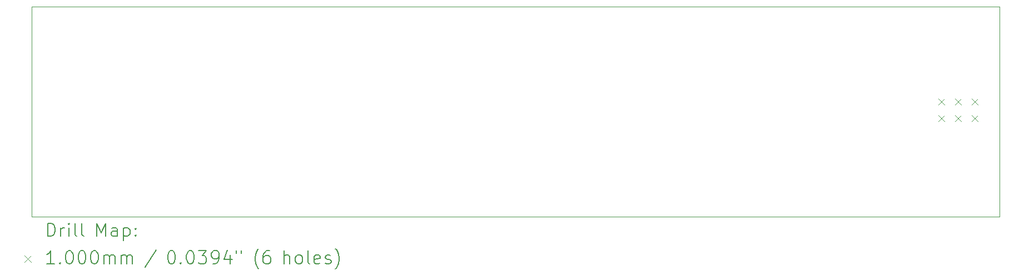
<source format=gbr>
%FSLAX45Y45*%
G04 Gerber Fmt 4.5, Leading zero omitted, Abs format (unit mm)*
G04 Created by KiCad (PCBNEW (6.99.0-2103-gdc6c27b686)) date 2022-06-20 02:17:37*
%MOMM*%
%LPD*%
G01*
G04 APERTURE LIST*
%TA.AperFunction,Profile*%
%ADD10C,0.100000*%
%TD*%
%ADD11C,0.200000*%
%ADD12C,0.100000*%
G04 APERTURE END LIST*
D10*
X7920000Y-7420000D02*
X22660000Y-7420000D01*
X22660000Y-7420000D02*
X22660000Y-10630000D01*
X22660000Y-10630000D02*
X7920000Y-10630000D01*
X7920000Y-10630000D02*
X7920000Y-7420000D01*
D11*
D12*
X21727500Y-8822500D02*
X21827500Y-8922500D01*
X21827500Y-8822500D02*
X21727500Y-8922500D01*
X21727500Y-9076500D02*
X21827500Y-9176500D01*
X21827500Y-9076500D02*
X21727500Y-9176500D01*
X21981500Y-8822500D02*
X22081500Y-8922500D01*
X22081500Y-8822500D02*
X21981500Y-8922500D01*
X21981500Y-9076500D02*
X22081500Y-9176500D01*
X22081500Y-9076500D02*
X21981500Y-9176500D01*
X22235500Y-8822500D02*
X22335500Y-8922500D01*
X22335500Y-8822500D02*
X22235500Y-8922500D01*
X22235500Y-9076500D02*
X22335500Y-9176500D01*
X22335500Y-9076500D02*
X22235500Y-9176500D01*
D11*
X8162619Y-10928476D02*
X8162619Y-10728476D01*
X8162619Y-10728476D02*
X8210238Y-10728476D01*
X8210238Y-10728476D02*
X8238809Y-10738000D01*
X8238809Y-10738000D02*
X8257857Y-10757048D01*
X8257857Y-10757048D02*
X8267381Y-10776095D01*
X8267381Y-10776095D02*
X8276905Y-10814190D01*
X8276905Y-10814190D02*
X8276905Y-10842762D01*
X8276905Y-10842762D02*
X8267381Y-10880857D01*
X8267381Y-10880857D02*
X8257857Y-10899905D01*
X8257857Y-10899905D02*
X8238809Y-10918952D01*
X8238809Y-10918952D02*
X8210238Y-10928476D01*
X8210238Y-10928476D02*
X8162619Y-10928476D01*
X8362619Y-10928476D02*
X8362619Y-10795143D01*
X8362619Y-10833238D02*
X8372143Y-10814190D01*
X8372143Y-10814190D02*
X8381667Y-10804667D01*
X8381667Y-10804667D02*
X8400714Y-10795143D01*
X8400714Y-10795143D02*
X8419762Y-10795143D01*
X8486429Y-10928476D02*
X8486429Y-10795143D01*
X8486429Y-10728476D02*
X8476905Y-10738000D01*
X8476905Y-10738000D02*
X8486429Y-10747524D01*
X8486429Y-10747524D02*
X8495952Y-10738000D01*
X8495952Y-10738000D02*
X8486429Y-10728476D01*
X8486429Y-10728476D02*
X8486429Y-10747524D01*
X8610238Y-10928476D02*
X8591190Y-10918952D01*
X8591190Y-10918952D02*
X8581667Y-10899905D01*
X8581667Y-10899905D02*
X8581667Y-10728476D01*
X8715000Y-10928476D02*
X8695952Y-10918952D01*
X8695952Y-10918952D02*
X8686429Y-10899905D01*
X8686429Y-10899905D02*
X8686429Y-10728476D01*
X8911190Y-10928476D02*
X8911190Y-10728476D01*
X8911190Y-10728476D02*
X8977857Y-10871333D01*
X8977857Y-10871333D02*
X9044524Y-10728476D01*
X9044524Y-10728476D02*
X9044524Y-10928476D01*
X9225476Y-10928476D02*
X9225476Y-10823714D01*
X9225476Y-10823714D02*
X9215952Y-10804667D01*
X9215952Y-10804667D02*
X9196905Y-10795143D01*
X9196905Y-10795143D02*
X9158809Y-10795143D01*
X9158809Y-10795143D02*
X9139762Y-10804667D01*
X9225476Y-10918952D02*
X9206429Y-10928476D01*
X9206429Y-10928476D02*
X9158809Y-10928476D01*
X9158809Y-10928476D02*
X9139762Y-10918952D01*
X9139762Y-10918952D02*
X9130238Y-10899905D01*
X9130238Y-10899905D02*
X9130238Y-10880857D01*
X9130238Y-10880857D02*
X9139762Y-10861810D01*
X9139762Y-10861810D02*
X9158809Y-10852286D01*
X9158809Y-10852286D02*
X9206429Y-10852286D01*
X9206429Y-10852286D02*
X9225476Y-10842762D01*
X9320714Y-10795143D02*
X9320714Y-10995143D01*
X9320714Y-10804667D02*
X9339762Y-10795143D01*
X9339762Y-10795143D02*
X9377857Y-10795143D01*
X9377857Y-10795143D02*
X9396905Y-10804667D01*
X9396905Y-10804667D02*
X9406429Y-10814190D01*
X9406429Y-10814190D02*
X9415952Y-10833238D01*
X9415952Y-10833238D02*
X9415952Y-10890381D01*
X9415952Y-10890381D02*
X9406429Y-10909429D01*
X9406429Y-10909429D02*
X9396905Y-10918952D01*
X9396905Y-10918952D02*
X9377857Y-10928476D01*
X9377857Y-10928476D02*
X9339762Y-10928476D01*
X9339762Y-10928476D02*
X9320714Y-10918952D01*
X9501667Y-10909429D02*
X9511190Y-10918952D01*
X9511190Y-10918952D02*
X9501667Y-10928476D01*
X9501667Y-10928476D02*
X9492143Y-10918952D01*
X9492143Y-10918952D02*
X9501667Y-10909429D01*
X9501667Y-10909429D02*
X9501667Y-10928476D01*
X9501667Y-10804667D02*
X9511190Y-10814190D01*
X9511190Y-10814190D02*
X9501667Y-10823714D01*
X9501667Y-10823714D02*
X9492143Y-10814190D01*
X9492143Y-10814190D02*
X9501667Y-10804667D01*
X9501667Y-10804667D02*
X9501667Y-10823714D01*
D12*
X7815000Y-11225000D02*
X7915000Y-11325000D01*
X7915000Y-11225000D02*
X7815000Y-11325000D01*
D11*
X8267381Y-11348476D02*
X8153095Y-11348476D01*
X8210238Y-11348476D02*
X8210238Y-11148476D01*
X8210238Y-11148476D02*
X8191190Y-11177048D01*
X8191190Y-11177048D02*
X8172143Y-11196095D01*
X8172143Y-11196095D02*
X8153095Y-11205619D01*
X8353095Y-11329428D02*
X8362619Y-11338952D01*
X8362619Y-11338952D02*
X8353095Y-11348476D01*
X8353095Y-11348476D02*
X8343571Y-11338952D01*
X8343571Y-11338952D02*
X8353095Y-11329428D01*
X8353095Y-11329428D02*
X8353095Y-11348476D01*
X8486429Y-11148476D02*
X8505476Y-11148476D01*
X8505476Y-11148476D02*
X8524524Y-11158000D01*
X8524524Y-11158000D02*
X8534048Y-11167524D01*
X8534048Y-11167524D02*
X8543571Y-11186571D01*
X8543571Y-11186571D02*
X8553095Y-11224667D01*
X8553095Y-11224667D02*
X8553095Y-11272286D01*
X8553095Y-11272286D02*
X8543571Y-11310381D01*
X8543571Y-11310381D02*
X8534048Y-11329428D01*
X8534048Y-11329428D02*
X8524524Y-11338952D01*
X8524524Y-11338952D02*
X8505476Y-11348476D01*
X8505476Y-11348476D02*
X8486429Y-11348476D01*
X8486429Y-11348476D02*
X8467381Y-11338952D01*
X8467381Y-11338952D02*
X8457857Y-11329428D01*
X8457857Y-11329428D02*
X8448333Y-11310381D01*
X8448333Y-11310381D02*
X8438810Y-11272286D01*
X8438810Y-11272286D02*
X8438810Y-11224667D01*
X8438810Y-11224667D02*
X8448333Y-11186571D01*
X8448333Y-11186571D02*
X8457857Y-11167524D01*
X8457857Y-11167524D02*
X8467381Y-11158000D01*
X8467381Y-11158000D02*
X8486429Y-11148476D01*
X8676905Y-11148476D02*
X8695952Y-11148476D01*
X8695952Y-11148476D02*
X8715000Y-11158000D01*
X8715000Y-11158000D02*
X8724524Y-11167524D01*
X8724524Y-11167524D02*
X8734048Y-11186571D01*
X8734048Y-11186571D02*
X8743571Y-11224667D01*
X8743571Y-11224667D02*
X8743571Y-11272286D01*
X8743571Y-11272286D02*
X8734048Y-11310381D01*
X8734048Y-11310381D02*
X8724524Y-11329428D01*
X8724524Y-11329428D02*
X8715000Y-11338952D01*
X8715000Y-11338952D02*
X8695952Y-11348476D01*
X8695952Y-11348476D02*
X8676905Y-11348476D01*
X8676905Y-11348476D02*
X8657857Y-11338952D01*
X8657857Y-11338952D02*
X8648333Y-11329428D01*
X8648333Y-11329428D02*
X8638810Y-11310381D01*
X8638810Y-11310381D02*
X8629286Y-11272286D01*
X8629286Y-11272286D02*
X8629286Y-11224667D01*
X8629286Y-11224667D02*
X8638810Y-11186571D01*
X8638810Y-11186571D02*
X8648333Y-11167524D01*
X8648333Y-11167524D02*
X8657857Y-11158000D01*
X8657857Y-11158000D02*
X8676905Y-11148476D01*
X8867381Y-11148476D02*
X8886429Y-11148476D01*
X8886429Y-11148476D02*
X8905476Y-11158000D01*
X8905476Y-11158000D02*
X8915000Y-11167524D01*
X8915000Y-11167524D02*
X8924524Y-11186571D01*
X8924524Y-11186571D02*
X8934048Y-11224667D01*
X8934048Y-11224667D02*
X8934048Y-11272286D01*
X8934048Y-11272286D02*
X8924524Y-11310381D01*
X8924524Y-11310381D02*
X8915000Y-11329428D01*
X8915000Y-11329428D02*
X8905476Y-11338952D01*
X8905476Y-11338952D02*
X8886429Y-11348476D01*
X8886429Y-11348476D02*
X8867381Y-11348476D01*
X8867381Y-11348476D02*
X8848333Y-11338952D01*
X8848333Y-11338952D02*
X8838810Y-11329428D01*
X8838810Y-11329428D02*
X8829286Y-11310381D01*
X8829286Y-11310381D02*
X8819762Y-11272286D01*
X8819762Y-11272286D02*
X8819762Y-11224667D01*
X8819762Y-11224667D02*
X8829286Y-11186571D01*
X8829286Y-11186571D02*
X8838810Y-11167524D01*
X8838810Y-11167524D02*
X8848333Y-11158000D01*
X8848333Y-11158000D02*
X8867381Y-11148476D01*
X9019762Y-11348476D02*
X9019762Y-11215143D01*
X9019762Y-11234190D02*
X9029286Y-11224667D01*
X9029286Y-11224667D02*
X9048333Y-11215143D01*
X9048333Y-11215143D02*
X9076905Y-11215143D01*
X9076905Y-11215143D02*
X9095952Y-11224667D01*
X9095952Y-11224667D02*
X9105476Y-11243714D01*
X9105476Y-11243714D02*
X9105476Y-11348476D01*
X9105476Y-11243714D02*
X9115000Y-11224667D01*
X9115000Y-11224667D02*
X9134048Y-11215143D01*
X9134048Y-11215143D02*
X9162619Y-11215143D01*
X9162619Y-11215143D02*
X9181667Y-11224667D01*
X9181667Y-11224667D02*
X9191191Y-11243714D01*
X9191191Y-11243714D02*
X9191191Y-11348476D01*
X9286429Y-11348476D02*
X9286429Y-11215143D01*
X9286429Y-11234190D02*
X9295952Y-11224667D01*
X9295952Y-11224667D02*
X9315000Y-11215143D01*
X9315000Y-11215143D02*
X9343572Y-11215143D01*
X9343572Y-11215143D02*
X9362619Y-11224667D01*
X9362619Y-11224667D02*
X9372143Y-11243714D01*
X9372143Y-11243714D02*
X9372143Y-11348476D01*
X9372143Y-11243714D02*
X9381667Y-11224667D01*
X9381667Y-11224667D02*
X9400714Y-11215143D01*
X9400714Y-11215143D02*
X9429286Y-11215143D01*
X9429286Y-11215143D02*
X9448333Y-11224667D01*
X9448333Y-11224667D02*
X9457857Y-11243714D01*
X9457857Y-11243714D02*
X9457857Y-11348476D01*
X9815952Y-11138952D02*
X9644524Y-11396095D01*
X10040714Y-11148476D02*
X10059762Y-11148476D01*
X10059762Y-11148476D02*
X10078810Y-11158000D01*
X10078810Y-11158000D02*
X10088333Y-11167524D01*
X10088333Y-11167524D02*
X10097857Y-11186571D01*
X10097857Y-11186571D02*
X10107381Y-11224667D01*
X10107381Y-11224667D02*
X10107381Y-11272286D01*
X10107381Y-11272286D02*
X10097857Y-11310381D01*
X10097857Y-11310381D02*
X10088333Y-11329428D01*
X10088333Y-11329428D02*
X10078810Y-11338952D01*
X10078810Y-11338952D02*
X10059762Y-11348476D01*
X10059762Y-11348476D02*
X10040714Y-11348476D01*
X10040714Y-11348476D02*
X10021667Y-11338952D01*
X10021667Y-11338952D02*
X10012143Y-11329428D01*
X10012143Y-11329428D02*
X10002619Y-11310381D01*
X10002619Y-11310381D02*
X9993095Y-11272286D01*
X9993095Y-11272286D02*
X9993095Y-11224667D01*
X9993095Y-11224667D02*
X10002619Y-11186571D01*
X10002619Y-11186571D02*
X10012143Y-11167524D01*
X10012143Y-11167524D02*
X10021667Y-11158000D01*
X10021667Y-11158000D02*
X10040714Y-11148476D01*
X10193095Y-11329428D02*
X10202619Y-11338952D01*
X10202619Y-11338952D02*
X10193095Y-11348476D01*
X10193095Y-11348476D02*
X10183572Y-11338952D01*
X10183572Y-11338952D02*
X10193095Y-11329428D01*
X10193095Y-11329428D02*
X10193095Y-11348476D01*
X10326429Y-11148476D02*
X10345476Y-11148476D01*
X10345476Y-11148476D02*
X10364524Y-11158000D01*
X10364524Y-11158000D02*
X10374048Y-11167524D01*
X10374048Y-11167524D02*
X10383572Y-11186571D01*
X10383572Y-11186571D02*
X10393095Y-11224667D01*
X10393095Y-11224667D02*
X10393095Y-11272286D01*
X10393095Y-11272286D02*
X10383572Y-11310381D01*
X10383572Y-11310381D02*
X10374048Y-11329428D01*
X10374048Y-11329428D02*
X10364524Y-11338952D01*
X10364524Y-11338952D02*
X10345476Y-11348476D01*
X10345476Y-11348476D02*
X10326429Y-11348476D01*
X10326429Y-11348476D02*
X10307381Y-11338952D01*
X10307381Y-11338952D02*
X10297857Y-11329428D01*
X10297857Y-11329428D02*
X10288333Y-11310381D01*
X10288333Y-11310381D02*
X10278810Y-11272286D01*
X10278810Y-11272286D02*
X10278810Y-11224667D01*
X10278810Y-11224667D02*
X10288333Y-11186571D01*
X10288333Y-11186571D02*
X10297857Y-11167524D01*
X10297857Y-11167524D02*
X10307381Y-11158000D01*
X10307381Y-11158000D02*
X10326429Y-11148476D01*
X10459762Y-11148476D02*
X10583572Y-11148476D01*
X10583572Y-11148476D02*
X10516905Y-11224667D01*
X10516905Y-11224667D02*
X10545476Y-11224667D01*
X10545476Y-11224667D02*
X10564524Y-11234190D01*
X10564524Y-11234190D02*
X10574048Y-11243714D01*
X10574048Y-11243714D02*
X10583572Y-11262762D01*
X10583572Y-11262762D02*
X10583572Y-11310381D01*
X10583572Y-11310381D02*
X10574048Y-11329428D01*
X10574048Y-11329428D02*
X10564524Y-11338952D01*
X10564524Y-11338952D02*
X10545476Y-11348476D01*
X10545476Y-11348476D02*
X10488333Y-11348476D01*
X10488333Y-11348476D02*
X10469286Y-11338952D01*
X10469286Y-11338952D02*
X10459762Y-11329428D01*
X10678810Y-11348476D02*
X10716905Y-11348476D01*
X10716905Y-11348476D02*
X10735953Y-11338952D01*
X10735953Y-11338952D02*
X10745476Y-11329428D01*
X10745476Y-11329428D02*
X10764524Y-11300857D01*
X10764524Y-11300857D02*
X10774048Y-11262762D01*
X10774048Y-11262762D02*
X10774048Y-11186571D01*
X10774048Y-11186571D02*
X10764524Y-11167524D01*
X10764524Y-11167524D02*
X10755000Y-11158000D01*
X10755000Y-11158000D02*
X10735953Y-11148476D01*
X10735953Y-11148476D02*
X10697857Y-11148476D01*
X10697857Y-11148476D02*
X10678810Y-11158000D01*
X10678810Y-11158000D02*
X10669286Y-11167524D01*
X10669286Y-11167524D02*
X10659762Y-11186571D01*
X10659762Y-11186571D02*
X10659762Y-11234190D01*
X10659762Y-11234190D02*
X10669286Y-11253238D01*
X10669286Y-11253238D02*
X10678810Y-11262762D01*
X10678810Y-11262762D02*
X10697857Y-11272286D01*
X10697857Y-11272286D02*
X10735953Y-11272286D01*
X10735953Y-11272286D02*
X10755000Y-11262762D01*
X10755000Y-11262762D02*
X10764524Y-11253238D01*
X10764524Y-11253238D02*
X10774048Y-11234190D01*
X10945476Y-11215143D02*
X10945476Y-11348476D01*
X10897857Y-11138952D02*
X10850238Y-11281809D01*
X10850238Y-11281809D02*
X10974048Y-11281809D01*
X11040714Y-11148476D02*
X11040714Y-11186571D01*
X11116905Y-11148476D02*
X11116905Y-11186571D01*
X11379762Y-11424667D02*
X11370238Y-11415143D01*
X11370238Y-11415143D02*
X11351191Y-11386571D01*
X11351191Y-11386571D02*
X11341667Y-11367524D01*
X11341667Y-11367524D02*
X11332143Y-11338952D01*
X11332143Y-11338952D02*
X11322619Y-11291333D01*
X11322619Y-11291333D02*
X11322619Y-11253238D01*
X11322619Y-11253238D02*
X11332143Y-11205619D01*
X11332143Y-11205619D02*
X11341667Y-11177048D01*
X11341667Y-11177048D02*
X11351191Y-11158000D01*
X11351191Y-11158000D02*
X11370238Y-11129429D01*
X11370238Y-11129429D02*
X11379762Y-11119905D01*
X11541667Y-11148476D02*
X11503571Y-11148476D01*
X11503571Y-11148476D02*
X11484524Y-11158000D01*
X11484524Y-11158000D02*
X11475000Y-11167524D01*
X11475000Y-11167524D02*
X11455952Y-11196095D01*
X11455952Y-11196095D02*
X11446429Y-11234190D01*
X11446429Y-11234190D02*
X11446429Y-11310381D01*
X11446429Y-11310381D02*
X11455952Y-11329428D01*
X11455952Y-11329428D02*
X11465476Y-11338952D01*
X11465476Y-11338952D02*
X11484524Y-11348476D01*
X11484524Y-11348476D02*
X11522619Y-11348476D01*
X11522619Y-11348476D02*
X11541667Y-11338952D01*
X11541667Y-11338952D02*
X11551191Y-11329428D01*
X11551191Y-11329428D02*
X11560714Y-11310381D01*
X11560714Y-11310381D02*
X11560714Y-11262762D01*
X11560714Y-11262762D02*
X11551191Y-11243714D01*
X11551191Y-11243714D02*
X11541667Y-11234190D01*
X11541667Y-11234190D02*
X11522619Y-11224667D01*
X11522619Y-11224667D02*
X11484524Y-11224667D01*
X11484524Y-11224667D02*
X11465476Y-11234190D01*
X11465476Y-11234190D02*
X11455952Y-11243714D01*
X11455952Y-11243714D02*
X11446429Y-11262762D01*
X11766429Y-11348476D02*
X11766429Y-11148476D01*
X11852143Y-11348476D02*
X11852143Y-11243714D01*
X11852143Y-11243714D02*
X11842619Y-11224667D01*
X11842619Y-11224667D02*
X11823572Y-11215143D01*
X11823572Y-11215143D02*
X11795000Y-11215143D01*
X11795000Y-11215143D02*
X11775952Y-11224667D01*
X11775952Y-11224667D02*
X11766429Y-11234190D01*
X11975952Y-11348476D02*
X11956905Y-11338952D01*
X11956905Y-11338952D02*
X11947381Y-11329428D01*
X11947381Y-11329428D02*
X11937857Y-11310381D01*
X11937857Y-11310381D02*
X11937857Y-11253238D01*
X11937857Y-11253238D02*
X11947381Y-11234190D01*
X11947381Y-11234190D02*
X11956905Y-11224667D01*
X11956905Y-11224667D02*
X11975952Y-11215143D01*
X11975952Y-11215143D02*
X12004524Y-11215143D01*
X12004524Y-11215143D02*
X12023572Y-11224667D01*
X12023572Y-11224667D02*
X12033095Y-11234190D01*
X12033095Y-11234190D02*
X12042619Y-11253238D01*
X12042619Y-11253238D02*
X12042619Y-11310381D01*
X12042619Y-11310381D02*
X12033095Y-11329428D01*
X12033095Y-11329428D02*
X12023572Y-11338952D01*
X12023572Y-11338952D02*
X12004524Y-11348476D01*
X12004524Y-11348476D02*
X11975952Y-11348476D01*
X12156905Y-11348476D02*
X12137857Y-11338952D01*
X12137857Y-11338952D02*
X12128333Y-11319905D01*
X12128333Y-11319905D02*
X12128333Y-11148476D01*
X12309286Y-11338952D02*
X12290238Y-11348476D01*
X12290238Y-11348476D02*
X12252143Y-11348476D01*
X12252143Y-11348476D02*
X12233095Y-11338952D01*
X12233095Y-11338952D02*
X12223572Y-11319905D01*
X12223572Y-11319905D02*
X12223572Y-11243714D01*
X12223572Y-11243714D02*
X12233095Y-11224667D01*
X12233095Y-11224667D02*
X12252143Y-11215143D01*
X12252143Y-11215143D02*
X12290238Y-11215143D01*
X12290238Y-11215143D02*
X12309286Y-11224667D01*
X12309286Y-11224667D02*
X12318810Y-11243714D01*
X12318810Y-11243714D02*
X12318810Y-11262762D01*
X12318810Y-11262762D02*
X12223572Y-11281809D01*
X12395000Y-11338952D02*
X12414048Y-11348476D01*
X12414048Y-11348476D02*
X12452143Y-11348476D01*
X12452143Y-11348476D02*
X12471191Y-11338952D01*
X12471191Y-11338952D02*
X12480714Y-11319905D01*
X12480714Y-11319905D02*
X12480714Y-11310381D01*
X12480714Y-11310381D02*
X12471191Y-11291333D01*
X12471191Y-11291333D02*
X12452143Y-11281809D01*
X12452143Y-11281809D02*
X12423572Y-11281809D01*
X12423572Y-11281809D02*
X12404524Y-11272286D01*
X12404524Y-11272286D02*
X12395000Y-11253238D01*
X12395000Y-11253238D02*
X12395000Y-11243714D01*
X12395000Y-11243714D02*
X12404524Y-11224667D01*
X12404524Y-11224667D02*
X12423572Y-11215143D01*
X12423572Y-11215143D02*
X12452143Y-11215143D01*
X12452143Y-11215143D02*
X12471191Y-11224667D01*
X12547381Y-11424667D02*
X12556905Y-11415143D01*
X12556905Y-11415143D02*
X12575953Y-11386571D01*
X12575953Y-11386571D02*
X12585476Y-11367524D01*
X12585476Y-11367524D02*
X12595000Y-11338952D01*
X12595000Y-11338952D02*
X12604524Y-11291333D01*
X12604524Y-11291333D02*
X12604524Y-11253238D01*
X12604524Y-11253238D02*
X12595000Y-11205619D01*
X12595000Y-11205619D02*
X12585476Y-11177048D01*
X12585476Y-11177048D02*
X12575953Y-11158000D01*
X12575953Y-11158000D02*
X12556905Y-11129429D01*
X12556905Y-11129429D02*
X12547381Y-11119905D01*
M02*

</source>
